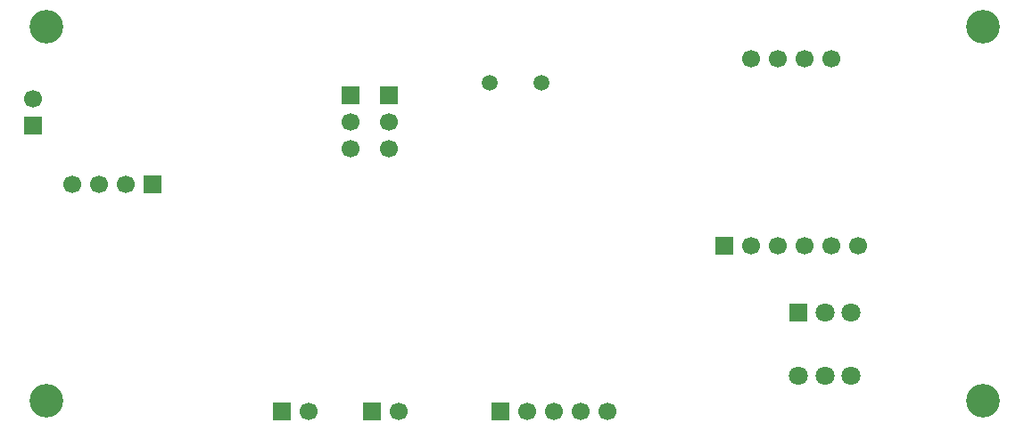
<source format=gbr>
%TF.GenerationSoftware,KiCad,Pcbnew,9.0.2*%
%TF.CreationDate,2025-07-28T19:39:00-05:00*%
%TF.ProjectId,balance_bot,62616c61-6e63-4655-9f62-6f742e6b6963,rev?*%
%TF.SameCoordinates,Original*%
%TF.FileFunction,Soldermask,Bot*%
%TF.FilePolarity,Negative*%
%FSLAX46Y46*%
G04 Gerber Fmt 4.6, Leading zero omitted, Abs format (unit mm)*
G04 Created by KiCad (PCBNEW 9.0.2) date 2025-07-28 19:39:00*
%MOMM*%
%LPD*%
G01*
G04 APERTURE LIST*
%ADD10C,3.200000*%
%ADD11R,1.700000X1.700000*%
%ADD12C,1.700000*%
%ADD13R,1.800000X1.800000*%
%ADD14C,1.800000*%
%ADD15C,1.500000*%
G04 APERTURE END LIST*
D10*
%TO.C,H4*%
X192900000Y-115560000D03*
%TD*%
D11*
%TO.C,J5*%
X134894000Y-116561000D03*
D12*
X137434000Y-116561000D03*
%TD*%
D11*
%TO.C,J4*%
X102768400Y-89336800D03*
D12*
X102768400Y-86796800D03*
%TD*%
D10*
%TO.C,H2*%
X104000000Y-115560000D03*
%TD*%
D11*
%TO.C,J2*%
X136500000Y-86500000D03*
D12*
X136500000Y-89040000D03*
X136500000Y-91580000D03*
%TD*%
D11*
%TO.C,J6*%
X126394000Y-116561000D03*
D12*
X128934000Y-116561000D03*
%TD*%
D13*
%TO.C,SW1*%
X175390800Y-107188000D03*
D14*
X177890800Y-107188000D03*
X180390800Y-107188000D03*
X175390800Y-113188000D03*
X177890800Y-113188000D03*
X180390800Y-113188000D03*
%TD*%
D10*
%TO.C,H3*%
X192900000Y-80000000D03*
%TD*%
D11*
%TO.C,J1*%
X132842000Y-86500000D03*
D12*
X132842000Y-89040000D03*
X132842000Y-91580000D03*
%TD*%
D11*
%TO.C,U5*%
X168340000Y-100780000D03*
D12*
X170880000Y-100780000D03*
X173420000Y-100780000D03*
X175960000Y-100780000D03*
X178500000Y-100780000D03*
X181040000Y-100780000D03*
X178500000Y-83000000D03*
X175960000Y-83000000D03*
X173420000Y-83000000D03*
X170880000Y-83000000D03*
%TD*%
D10*
%TO.C,H1*%
X104000000Y-80000000D03*
%TD*%
D11*
%TO.C,U2*%
X114080000Y-95000000D03*
D12*
X111540000Y-95000000D03*
X109000000Y-95000000D03*
X106460000Y-95000000D03*
%TD*%
D15*
%TO.C,Y1*%
X151000000Y-85340000D03*
X146120000Y-85340000D03*
%TD*%
D11*
%TO.C,J3*%
X147066000Y-116586000D03*
D12*
X149606000Y-116586000D03*
X152146000Y-116586000D03*
X154686000Y-116586000D03*
X157226000Y-116586000D03*
%TD*%
M02*

</source>
